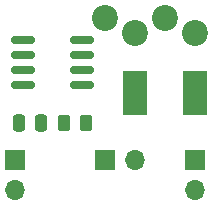
<source format=gbr>
%TF.GenerationSoftware,KiCad,Pcbnew,(6.0.5-0)*%
%TF.CreationDate,2022-10-30T23:15:50-07:00*%
%TF.ProjectId,teensy-4-can1,7465656e-7379-42d3-942d-63616e312e6b,rev?*%
%TF.SameCoordinates,PX8a12ae0PY695f190*%
%TF.FileFunction,Soldermask,Top*%
%TF.FilePolarity,Negative*%
%FSLAX46Y46*%
G04 Gerber Fmt 4.6, Leading zero omitted, Abs format (unit mm)*
G04 Created by KiCad (PCBNEW (6.0.5-0)) date 2022-10-30 23:15:50*
%MOMM*%
%LPD*%
G01*
G04 APERTURE LIST*
G04 Aperture macros list*
%AMRoundRect*
0 Rectangle with rounded corners*
0 $1 Rounding radius*
0 $2 $3 $4 $5 $6 $7 $8 $9 X,Y pos of 4 corners*
0 Add a 4 corners polygon primitive as box body*
4,1,4,$2,$3,$4,$5,$6,$7,$8,$9,$2,$3,0*
0 Add four circle primitives for the rounded corners*
1,1,$1+$1,$2,$3*
1,1,$1+$1,$4,$5*
1,1,$1+$1,$6,$7*
1,1,$1+$1,$8,$9*
0 Add four rect primitives between the rounded corners*
20,1,$1+$1,$2,$3,$4,$5,0*
20,1,$1+$1,$4,$5,$6,$7,0*
20,1,$1+$1,$6,$7,$8,$9,0*
20,1,$1+$1,$8,$9,$2,$3,0*%
G04 Aperture macros list end*
%ADD10RoundRect,0.250000X-0.262500X-0.450000X0.262500X-0.450000X0.262500X0.450000X-0.262500X0.450000X0*%
%ADD11R,2.000000X3.800000*%
%ADD12C,2.200000*%
%ADD13RoundRect,0.250000X-0.250000X-0.475000X0.250000X-0.475000X0.250000X0.475000X-0.250000X0.475000X0*%
%ADD14R,1.700000X1.700000*%
%ADD15O,1.700000X1.700000*%
%ADD16RoundRect,0.150000X-0.825000X-0.150000X0.825000X-0.150000X0.825000X0.150000X-0.825000X0.150000X0*%
G04 APERTURE END LIST*
D10*
%TO.C,R1*%
X5437500Y37465000D03*
X7262500Y37465000D03*
%TD*%
D11*
%TO.C,REF\u002A\u002A*%
X11430000Y40005000D03*
%TD*%
D12*
%TO.C,REF\u002A\u002A*%
X8890000Y46355000D03*
%TD*%
%TO.C,REF\u002A\u002A*%
X11430000Y45085000D03*
%TD*%
%TO.C,REF\u002A\u002A*%
X13970000Y46355000D03*
%TD*%
%TO.C,REF\u002A\u002A*%
X16510000Y45085000D03*
%TD*%
D11*
%TO.C,REF\u002A\u002A*%
X16510000Y40005000D03*
%TD*%
D13*
%TO.C,C1*%
X1590000Y37465000D03*
X3490000Y37465000D03*
%TD*%
D14*
%TO.C,REF\u002A\u002A*%
X8890000Y34290000D03*
D15*
X11430000Y34290000D03*
%TD*%
D14*
%TO.C,REF\u002A\u002A*%
X16510000Y34290000D03*
D15*
X16510000Y31750000D03*
%TD*%
D14*
%TO.C,REF\u002A\u002A*%
X1270000Y34290000D03*
D15*
X1270000Y31750000D03*
%TD*%
D16*
%TO.C,U1*%
X1970000Y44450000D03*
X1970000Y43180000D03*
X1970000Y41910000D03*
X1970000Y40640000D03*
X6920000Y40640000D03*
X6920000Y41910000D03*
X6920000Y43180000D03*
X6920000Y44450000D03*
%TD*%
M02*

</source>
